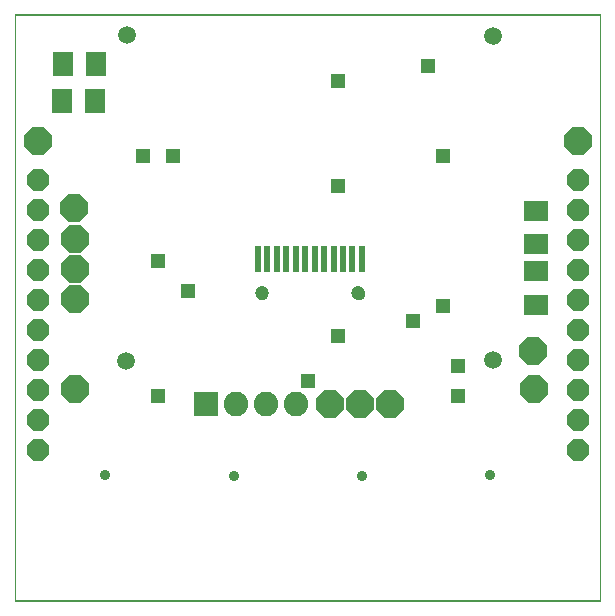
<source format=gts>
G75*
G70*
%OFA0B0*%
%FSLAX24Y24*%
%IPPOS*%
%LPD*%
%AMOC8*
5,1,8,0,0,1.08239X$1,22.5*
%
%ADD10C,0.0000*%
%ADD11R,0.0237X0.0867*%
%ADD12C,0.0474*%
%ADD13C,0.0592*%
%ADD14R,0.0710X0.0789*%
%ADD15OC8,0.0710*%
%ADD16R,0.0790X0.0710*%
%ADD17R,0.0789X0.0710*%
%ADD18C,0.0356*%
%ADD19OC8,0.0930*%
%ADD20R,0.0820X0.0820*%
%ADD21C,0.0820*%
%ADD22R,0.0516X0.0516*%
D10*
X000736Y000100D02*
X000736Y019663D01*
X020252Y019663D01*
X020252Y000100D01*
X000736Y000100D01*
X000750Y000128D02*
X000750Y019628D01*
X020250Y019628D01*
X020250Y000128D01*
X000750Y000128D01*
X004181Y008120D02*
X004183Y008151D01*
X004189Y008182D01*
X004198Y008212D01*
X004211Y008241D01*
X004228Y008268D01*
X004248Y008292D01*
X004270Y008314D01*
X004296Y008333D01*
X004323Y008349D01*
X004352Y008361D01*
X004382Y008370D01*
X004413Y008375D01*
X004445Y008376D01*
X004476Y008373D01*
X004507Y008366D01*
X004537Y008356D01*
X004565Y008342D01*
X004591Y008324D01*
X004615Y008304D01*
X004636Y008280D01*
X004655Y008255D01*
X004670Y008227D01*
X004681Y008198D01*
X004689Y008167D01*
X004693Y008136D01*
X004693Y008104D01*
X004689Y008073D01*
X004681Y008042D01*
X004670Y008013D01*
X004655Y007985D01*
X004636Y007960D01*
X004615Y007936D01*
X004591Y007916D01*
X004565Y007898D01*
X004537Y007884D01*
X004507Y007874D01*
X004476Y007867D01*
X004445Y007864D01*
X004413Y007865D01*
X004382Y007870D01*
X004352Y007879D01*
X004323Y007891D01*
X004296Y007907D01*
X004270Y007926D01*
X004248Y007948D01*
X004228Y007972D01*
X004211Y007999D01*
X004198Y008028D01*
X004189Y008058D01*
X004183Y008089D01*
X004181Y008120D01*
X008768Y010364D02*
X008770Y010391D01*
X008776Y010418D01*
X008785Y010444D01*
X008798Y010468D01*
X008814Y010491D01*
X008833Y010510D01*
X008855Y010527D01*
X008879Y010541D01*
X008904Y010551D01*
X008931Y010558D01*
X008958Y010561D01*
X008986Y010560D01*
X009013Y010555D01*
X009039Y010547D01*
X009063Y010535D01*
X009086Y010519D01*
X009107Y010501D01*
X009124Y010480D01*
X009139Y010456D01*
X009150Y010431D01*
X009158Y010405D01*
X009162Y010378D01*
X009162Y010350D01*
X009158Y010323D01*
X009150Y010297D01*
X009139Y010272D01*
X009124Y010248D01*
X009107Y010227D01*
X009086Y010209D01*
X009064Y010193D01*
X009039Y010181D01*
X009013Y010173D01*
X008986Y010168D01*
X008958Y010167D01*
X008931Y010170D01*
X008904Y010177D01*
X008879Y010187D01*
X008855Y010201D01*
X008833Y010218D01*
X008814Y010237D01*
X008798Y010260D01*
X008785Y010284D01*
X008776Y010310D01*
X008770Y010337D01*
X008768Y010364D01*
X011996Y010364D02*
X011998Y010391D01*
X012004Y010418D01*
X012013Y010444D01*
X012026Y010468D01*
X012042Y010491D01*
X012061Y010510D01*
X012083Y010527D01*
X012107Y010541D01*
X012132Y010551D01*
X012159Y010558D01*
X012186Y010561D01*
X012214Y010560D01*
X012241Y010555D01*
X012267Y010547D01*
X012291Y010535D01*
X012314Y010519D01*
X012335Y010501D01*
X012352Y010480D01*
X012367Y010456D01*
X012378Y010431D01*
X012386Y010405D01*
X012390Y010378D01*
X012390Y010350D01*
X012386Y010323D01*
X012378Y010297D01*
X012367Y010272D01*
X012352Y010248D01*
X012335Y010227D01*
X012314Y010209D01*
X012292Y010193D01*
X012267Y010181D01*
X012241Y010173D01*
X012214Y010168D01*
X012186Y010167D01*
X012159Y010170D01*
X012132Y010177D01*
X012107Y010187D01*
X012083Y010201D01*
X012061Y010218D01*
X012042Y010237D01*
X012026Y010260D01*
X012013Y010284D01*
X012004Y010310D01*
X011998Y010337D01*
X011996Y010364D01*
X016425Y008159D02*
X016427Y008190D01*
X016433Y008221D01*
X016442Y008251D01*
X016455Y008280D01*
X016472Y008307D01*
X016492Y008331D01*
X016514Y008353D01*
X016540Y008372D01*
X016567Y008388D01*
X016596Y008400D01*
X016626Y008409D01*
X016657Y008414D01*
X016689Y008415D01*
X016720Y008412D01*
X016751Y008405D01*
X016781Y008395D01*
X016809Y008381D01*
X016835Y008363D01*
X016859Y008343D01*
X016880Y008319D01*
X016899Y008294D01*
X016914Y008266D01*
X016925Y008237D01*
X016933Y008206D01*
X016937Y008175D01*
X016937Y008143D01*
X016933Y008112D01*
X016925Y008081D01*
X016914Y008052D01*
X016899Y008024D01*
X016880Y007999D01*
X016859Y007975D01*
X016835Y007955D01*
X016809Y007937D01*
X016781Y007923D01*
X016751Y007913D01*
X016720Y007906D01*
X016689Y007903D01*
X016657Y007904D01*
X016626Y007909D01*
X016596Y007918D01*
X016567Y007930D01*
X016540Y007946D01*
X016514Y007965D01*
X016492Y007987D01*
X016472Y008011D01*
X016455Y008038D01*
X016442Y008067D01*
X016433Y008097D01*
X016427Y008128D01*
X016425Y008159D01*
X016425Y018946D02*
X016427Y018977D01*
X016433Y019008D01*
X016442Y019038D01*
X016455Y019067D01*
X016472Y019094D01*
X016492Y019118D01*
X016514Y019140D01*
X016540Y019159D01*
X016567Y019175D01*
X016596Y019187D01*
X016626Y019196D01*
X016657Y019201D01*
X016689Y019202D01*
X016720Y019199D01*
X016751Y019192D01*
X016781Y019182D01*
X016809Y019168D01*
X016835Y019150D01*
X016859Y019130D01*
X016880Y019106D01*
X016899Y019081D01*
X016914Y019053D01*
X016925Y019024D01*
X016933Y018993D01*
X016937Y018962D01*
X016937Y018930D01*
X016933Y018899D01*
X016925Y018868D01*
X016914Y018839D01*
X016899Y018811D01*
X016880Y018786D01*
X016859Y018762D01*
X016835Y018742D01*
X016809Y018724D01*
X016781Y018710D01*
X016751Y018700D01*
X016720Y018693D01*
X016689Y018690D01*
X016657Y018691D01*
X016626Y018696D01*
X016596Y018705D01*
X016567Y018717D01*
X016540Y018733D01*
X016514Y018752D01*
X016492Y018774D01*
X016472Y018798D01*
X016455Y018825D01*
X016442Y018854D01*
X016433Y018884D01*
X016427Y018915D01*
X016425Y018946D01*
X004220Y018986D02*
X004222Y019017D01*
X004228Y019048D01*
X004237Y019078D01*
X004250Y019107D01*
X004267Y019134D01*
X004287Y019158D01*
X004309Y019180D01*
X004335Y019199D01*
X004362Y019215D01*
X004391Y019227D01*
X004421Y019236D01*
X004452Y019241D01*
X004484Y019242D01*
X004515Y019239D01*
X004546Y019232D01*
X004576Y019222D01*
X004604Y019208D01*
X004630Y019190D01*
X004654Y019170D01*
X004675Y019146D01*
X004694Y019121D01*
X004709Y019093D01*
X004720Y019064D01*
X004728Y019033D01*
X004732Y019002D01*
X004732Y018970D01*
X004728Y018939D01*
X004720Y018908D01*
X004709Y018879D01*
X004694Y018851D01*
X004675Y018826D01*
X004654Y018802D01*
X004630Y018782D01*
X004604Y018764D01*
X004576Y018750D01*
X004546Y018740D01*
X004515Y018733D01*
X004484Y018730D01*
X004452Y018731D01*
X004421Y018736D01*
X004391Y018745D01*
X004362Y018757D01*
X004335Y018773D01*
X004309Y018792D01*
X004287Y018814D01*
X004267Y018838D01*
X004250Y018865D01*
X004237Y018894D01*
X004228Y018924D01*
X004222Y018955D01*
X004220Y018986D01*
D11*
X008846Y011506D03*
X009161Y011506D03*
X009476Y011506D03*
X009791Y011506D03*
X010106Y011506D03*
X010421Y011506D03*
X010736Y011506D03*
X011051Y011506D03*
X011366Y011506D03*
X011681Y011506D03*
X011996Y011506D03*
X012311Y011506D03*
D12*
X012193Y010364D03*
X008965Y010364D03*
D13*
X004437Y008120D03*
X004476Y018986D03*
X016681Y018946D03*
X016681Y008159D03*
D14*
X003429Y016773D03*
X002327Y016773D03*
X002335Y018021D03*
X003437Y018021D03*
D15*
X001500Y014128D03*
X001500Y013128D03*
X001500Y012128D03*
X001500Y011128D03*
X001500Y010128D03*
X001500Y009128D03*
X001500Y008128D03*
X001500Y007128D03*
X001500Y006128D03*
X001500Y005128D03*
X019500Y005128D03*
X019500Y006128D03*
X019500Y007128D03*
X019500Y008128D03*
X019500Y009128D03*
X019500Y010128D03*
X019500Y011128D03*
X019500Y012128D03*
X019500Y013128D03*
X019500Y014128D03*
D16*
X018112Y011101D03*
X018112Y009981D03*
D17*
X018121Y012002D03*
X018121Y013104D03*
D18*
X016592Y004305D03*
X012311Y004292D03*
X008036Y004292D03*
X003737Y004305D03*
D19*
X002750Y007193D03*
X002750Y010193D03*
X002750Y011193D03*
X002750Y012193D03*
X002729Y013199D03*
X001500Y015443D03*
X011250Y006693D03*
X012250Y006693D03*
X013250Y006693D03*
X018039Y007179D03*
X018000Y008443D03*
X019500Y015443D03*
D20*
X007125Y006693D03*
D21*
X008125Y006693D03*
X009125Y006693D03*
X010125Y006693D03*
D22*
X010500Y007443D03*
X011500Y008943D03*
X014000Y009443D03*
X015000Y009943D03*
X015500Y007943D03*
X015500Y006943D03*
X011500Y013943D03*
X011500Y017443D03*
X014500Y017943D03*
X015000Y014943D03*
X006500Y010443D03*
X005500Y011443D03*
X005000Y014943D03*
X006000Y014943D03*
X005500Y006943D03*
M02*

</source>
